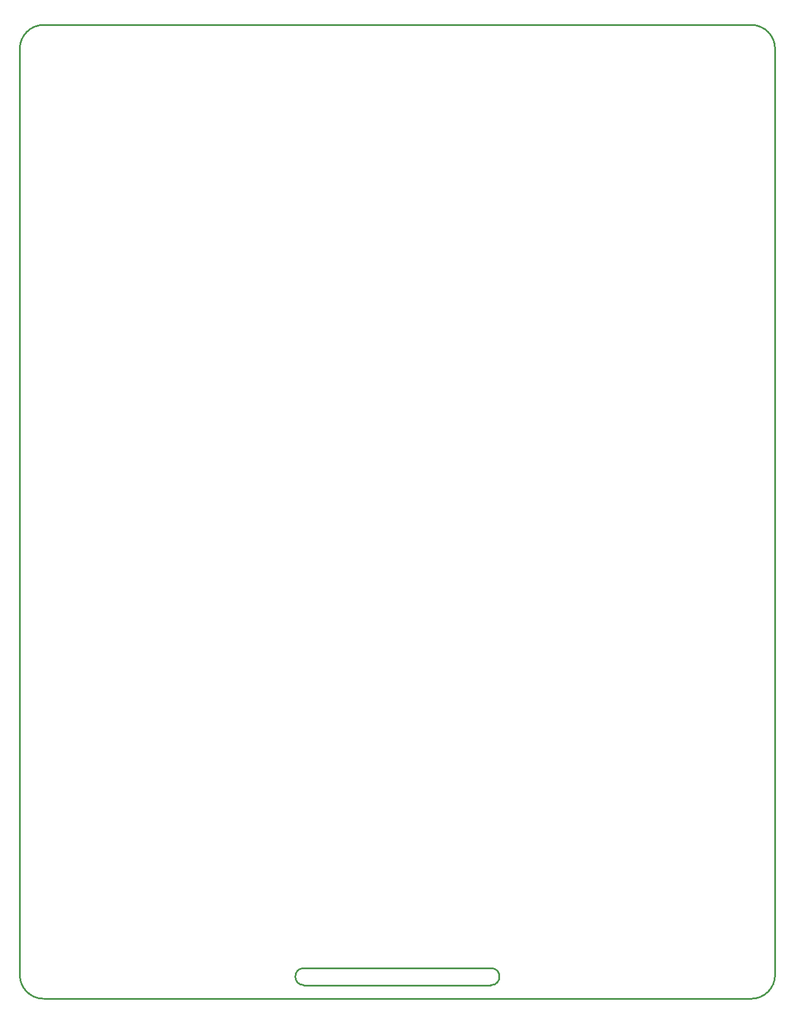
<source format=gm1>
G04*
G04 #@! TF.GenerationSoftware,Altium Limited,Altium Designer,22.2.1 (43)*
G04*
G04 Layer_Color=16711935*
%FSLAX44Y44*%
%MOMM*%
G71*
G04*
G04 #@! TF.SameCoordinates,68AC13A2-7F19-4EE1-B238-ED355C610A29*
G04*
G04*
G04 #@! TF.FilePolarity,Positive*
G04*
G01*
G75*
%ADD10C,0.2540*%
D10*
X137500Y-695000D02*
G03*
X137500Y-670000I0J12500D01*
G01*
X-137500D02*
G03*
X-137500Y-695000I0J-12500D01*
G01*
X520000Y-715000D02*
G03*
X555000Y-680000I0J35000D01*
G01*
Y680000D02*
G03*
X520000Y715000I-35000J0D01*
G01*
X-520000D02*
G03*
X-555000Y680000I0J-35000D01*
G01*
Y-680000D02*
G03*
X-520000Y-715000I35000J0D01*
G01*
X-137500Y-695000D02*
X137500Y-695000D01*
X-137500Y-670000D02*
X137500Y-670000D01*
X555000Y-680000D02*
X555000Y680000D01*
X0Y-715000D02*
X520000D01*
X0Y715000D02*
X520000D01*
X-520000D02*
X0D01*
X-520000Y-715000D02*
X0D01*
X-555000Y680000D02*
X-555000Y-680000D01*
X137500Y-695000D02*
G03*
X137500Y-670000I0J12500D01*
G01*
X-137500D02*
G03*
X-137500Y-695000I0J-12500D01*
G01*
X520000Y-715000D02*
G03*
X555000Y-680000I0J35000D01*
G01*
Y680000D02*
G03*
X520000Y715000I-35000J0D01*
G01*
X-520000D02*
G03*
X-555000Y680000I0J-35000D01*
G01*
Y-680000D02*
G03*
X-520000Y-715000I35000J0D01*
G01*
X-137500Y-695000D02*
X137500Y-695000D01*
X-137500Y-670000D02*
X137500Y-670000D01*
X555000Y-680000D02*
X555000Y680000D01*
X0Y-715000D02*
X520000D01*
X0Y715000D02*
X520000D01*
X-520000D02*
X0D01*
X-520000Y-715000D02*
X0D01*
X-555000Y680000D02*
X-555000Y-680000D01*
M02*

</source>
